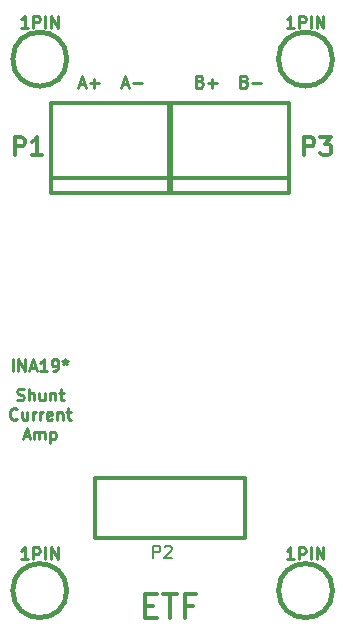
<source format=gto>
G04 (created by PCBNEW (2013-mar-13)-testing) date Tue 02 Apr 2013 06:59:38 PM CEST*
%MOIN*%
G04 Gerber Fmt 3.4, Leading zero omitted, Abs format*
%FSLAX34Y34*%
G01*
G70*
G90*
G04 APERTURE LIST*
%ADD10C,0.006*%
%ADD11C,0.011811*%
%ADD12C,0.00984252*%
%ADD13C,0.012*%
%ADD14C,0.015*%
%ADD15C,0.008*%
%ADD16C,0.01*%
G04 APERTURE END LIST*
G54D10*
G54D11*
X42894Y-57583D02*
X43157Y-57583D01*
X43269Y-57995D02*
X42894Y-57995D01*
X42894Y-57208D01*
X43269Y-57208D01*
X43494Y-57208D02*
X43944Y-57208D01*
X43719Y-57995D02*
X43719Y-57208D01*
X44469Y-57583D02*
X44206Y-57583D01*
X44206Y-57995D02*
X44206Y-57208D01*
X44581Y-57208D01*
G54D12*
X44713Y-40110D02*
X44769Y-40129D01*
X44788Y-40148D01*
X44806Y-40185D01*
X44806Y-40241D01*
X44788Y-40279D01*
X44769Y-40298D01*
X44731Y-40316D01*
X44581Y-40316D01*
X44581Y-39923D01*
X44713Y-39923D01*
X44750Y-39941D01*
X44769Y-39960D01*
X44788Y-39998D01*
X44788Y-40035D01*
X44769Y-40073D01*
X44750Y-40091D01*
X44713Y-40110D01*
X44581Y-40110D01*
X44975Y-40166D02*
X45275Y-40166D01*
X45125Y-40316D02*
X45125Y-40016D01*
X46194Y-40110D02*
X46250Y-40129D01*
X46269Y-40148D01*
X46287Y-40185D01*
X46287Y-40241D01*
X46269Y-40279D01*
X46250Y-40298D01*
X46212Y-40316D01*
X46062Y-40316D01*
X46062Y-39923D01*
X46194Y-39923D01*
X46231Y-39941D01*
X46250Y-39960D01*
X46269Y-39998D01*
X46269Y-40035D01*
X46250Y-40073D01*
X46231Y-40091D01*
X46194Y-40110D01*
X46062Y-40110D01*
X46456Y-40166D02*
X46756Y-40166D01*
X40682Y-40204D02*
X40869Y-40204D01*
X40644Y-40316D02*
X40776Y-39923D01*
X40907Y-40316D01*
X41038Y-40166D02*
X41338Y-40166D01*
X41188Y-40316D02*
X41188Y-40016D01*
X42107Y-40204D02*
X42294Y-40204D01*
X42069Y-40316D02*
X42200Y-39923D01*
X42332Y-40316D01*
X42463Y-40166D02*
X42763Y-40166D01*
X38610Y-50731D02*
X38667Y-50749D01*
X38760Y-50749D01*
X38798Y-50731D01*
X38817Y-50712D01*
X38835Y-50674D01*
X38835Y-50637D01*
X38817Y-50599D01*
X38798Y-50581D01*
X38760Y-50562D01*
X38685Y-50543D01*
X38648Y-50524D01*
X38629Y-50506D01*
X38610Y-50468D01*
X38610Y-50431D01*
X38629Y-50393D01*
X38648Y-50374D01*
X38685Y-50356D01*
X38779Y-50356D01*
X38835Y-50374D01*
X39004Y-50749D02*
X39004Y-50356D01*
X39173Y-50749D02*
X39173Y-50543D01*
X39154Y-50506D01*
X39116Y-50487D01*
X39060Y-50487D01*
X39023Y-50506D01*
X39004Y-50524D01*
X39529Y-50487D02*
X39529Y-50749D01*
X39360Y-50487D02*
X39360Y-50693D01*
X39379Y-50731D01*
X39416Y-50749D01*
X39473Y-50749D01*
X39510Y-50731D01*
X39529Y-50712D01*
X39716Y-50487D02*
X39716Y-50749D01*
X39716Y-50524D02*
X39735Y-50506D01*
X39773Y-50487D01*
X39829Y-50487D01*
X39866Y-50506D01*
X39885Y-50543D01*
X39885Y-50749D01*
X40016Y-50487D02*
X40166Y-50487D01*
X40073Y-50356D02*
X40073Y-50693D01*
X40091Y-50731D01*
X40129Y-50749D01*
X40166Y-50749D01*
X38610Y-51362D02*
X38592Y-51380D01*
X38535Y-51399D01*
X38498Y-51399D01*
X38442Y-51380D01*
X38404Y-51343D01*
X38385Y-51305D01*
X38367Y-51230D01*
X38367Y-51174D01*
X38385Y-51099D01*
X38404Y-51062D01*
X38442Y-51024D01*
X38498Y-51005D01*
X38535Y-51005D01*
X38592Y-51024D01*
X38610Y-51043D01*
X38948Y-51137D02*
X38948Y-51399D01*
X38779Y-51137D02*
X38779Y-51343D01*
X38798Y-51380D01*
X38835Y-51399D01*
X38892Y-51399D01*
X38929Y-51380D01*
X38948Y-51362D01*
X39135Y-51399D02*
X39135Y-51137D01*
X39135Y-51212D02*
X39154Y-51174D01*
X39173Y-51155D01*
X39210Y-51137D01*
X39248Y-51137D01*
X39379Y-51399D02*
X39379Y-51137D01*
X39379Y-51212D02*
X39398Y-51174D01*
X39416Y-51155D01*
X39454Y-51137D01*
X39491Y-51137D01*
X39773Y-51380D02*
X39735Y-51399D01*
X39660Y-51399D01*
X39623Y-51380D01*
X39604Y-51343D01*
X39604Y-51193D01*
X39623Y-51155D01*
X39660Y-51137D01*
X39735Y-51137D01*
X39773Y-51155D01*
X39791Y-51193D01*
X39791Y-51230D01*
X39604Y-51268D01*
X39960Y-51137D02*
X39960Y-51399D01*
X39960Y-51174D02*
X39979Y-51155D01*
X40016Y-51137D01*
X40073Y-51137D01*
X40110Y-51155D01*
X40129Y-51193D01*
X40129Y-51399D01*
X40260Y-51137D02*
X40410Y-51137D01*
X40316Y-51005D02*
X40316Y-51343D01*
X40335Y-51380D01*
X40373Y-51399D01*
X40410Y-51399D01*
X38835Y-51936D02*
X39023Y-51936D01*
X38798Y-52049D02*
X38929Y-51655D01*
X39060Y-52049D01*
X39191Y-52049D02*
X39191Y-51786D01*
X39191Y-51824D02*
X39210Y-51805D01*
X39248Y-51786D01*
X39304Y-51786D01*
X39341Y-51805D01*
X39360Y-51842D01*
X39360Y-52049D01*
X39360Y-51842D02*
X39379Y-51805D01*
X39416Y-51786D01*
X39473Y-51786D01*
X39510Y-51805D01*
X39529Y-51842D01*
X39529Y-52049D01*
X39716Y-51786D02*
X39716Y-52180D01*
X39716Y-51805D02*
X39754Y-51786D01*
X39829Y-51786D01*
X39866Y-51805D01*
X39885Y-51824D01*
X39904Y-51861D01*
X39904Y-51974D01*
X39885Y-52011D01*
X39866Y-52030D01*
X39829Y-52049D01*
X39754Y-52049D01*
X39716Y-52030D01*
X38470Y-49765D02*
X38470Y-49371D01*
X38657Y-49765D02*
X38657Y-49371D01*
X38882Y-49765D01*
X38882Y-49371D01*
X39051Y-49653D02*
X39238Y-49653D01*
X39013Y-49765D02*
X39145Y-49371D01*
X39276Y-49765D01*
X39613Y-49765D02*
X39388Y-49765D01*
X39501Y-49765D02*
X39501Y-49371D01*
X39463Y-49428D01*
X39426Y-49465D01*
X39388Y-49484D01*
X39801Y-49765D02*
X39876Y-49765D01*
X39913Y-49746D01*
X39932Y-49728D01*
X39970Y-49671D01*
X39988Y-49596D01*
X39988Y-49446D01*
X39970Y-49409D01*
X39951Y-49390D01*
X39913Y-49371D01*
X39838Y-49371D01*
X39801Y-49390D01*
X39782Y-49409D01*
X39763Y-49446D01*
X39763Y-49540D01*
X39782Y-49578D01*
X39801Y-49596D01*
X39838Y-49615D01*
X39913Y-49615D01*
X39951Y-49596D01*
X39970Y-49578D01*
X39988Y-49540D01*
X40213Y-49371D02*
X40213Y-49465D01*
X40119Y-49428D02*
X40213Y-49465D01*
X40307Y-49428D01*
X40157Y-49540D02*
X40213Y-49465D01*
X40269Y-49540D01*
G54D13*
X46200Y-55330D02*
X41200Y-55330D01*
X41200Y-55330D02*
X41200Y-53330D01*
X41200Y-53330D02*
X46200Y-53330D01*
X46200Y-53330D02*
X46200Y-55330D01*
X43732Y-43322D02*
X39732Y-43322D01*
X43732Y-43822D02*
X43732Y-40822D01*
X43732Y-40822D02*
X39732Y-40822D01*
X39732Y-40822D02*
X39732Y-43822D01*
X39732Y-43822D02*
X43732Y-43822D01*
X47669Y-43322D02*
X43669Y-43322D01*
X47669Y-43822D02*
X47669Y-40822D01*
X47669Y-40822D02*
X43669Y-40822D01*
X43669Y-40822D02*
X43669Y-43822D01*
X43669Y-43822D02*
X47669Y-43822D01*
G54D14*
X40270Y-39370D02*
G75*
G03X40270Y-39370I-900J0D01*
G74*
G01*
X40270Y-57086D02*
G75*
G03X40270Y-57086I-900J0D01*
G74*
G01*
X49128Y-39370D02*
G75*
G03X49128Y-39370I-900J0D01*
G74*
G01*
X49128Y-57086D02*
G75*
G03X49128Y-57086I-900J0D01*
G74*
G01*
G54D15*
X43155Y-55992D02*
X43155Y-55592D01*
X43307Y-55592D01*
X43346Y-55611D01*
X43365Y-55630D01*
X43384Y-55668D01*
X43384Y-55725D01*
X43365Y-55764D01*
X43346Y-55783D01*
X43307Y-55802D01*
X43155Y-55802D01*
X43536Y-55630D02*
X43555Y-55611D01*
X43593Y-55592D01*
X43688Y-55592D01*
X43726Y-55611D01*
X43746Y-55630D01*
X43765Y-55668D01*
X43765Y-55706D01*
X43746Y-55764D01*
X43517Y-55992D01*
X43765Y-55992D01*
G54D13*
X38533Y-42565D02*
X38533Y-41965D01*
X38762Y-41965D01*
X38819Y-41994D01*
X38847Y-42022D01*
X38876Y-42079D01*
X38876Y-42165D01*
X38847Y-42222D01*
X38819Y-42251D01*
X38762Y-42279D01*
X38533Y-42279D01*
X39447Y-42565D02*
X39104Y-42565D01*
X39276Y-42565D02*
X39276Y-41965D01*
X39219Y-42051D01*
X39162Y-42108D01*
X39104Y-42137D01*
X48179Y-42565D02*
X48179Y-41965D01*
X48407Y-41965D01*
X48464Y-41994D01*
X48493Y-42022D01*
X48522Y-42079D01*
X48522Y-42165D01*
X48493Y-42222D01*
X48464Y-42251D01*
X48407Y-42279D01*
X48179Y-42279D01*
X48722Y-41965D02*
X49093Y-41965D01*
X48893Y-42194D01*
X48979Y-42194D01*
X49036Y-42222D01*
X49064Y-42251D01*
X49093Y-42308D01*
X49093Y-42451D01*
X49064Y-42508D01*
X49036Y-42537D01*
X48979Y-42565D01*
X48807Y-42565D01*
X48750Y-42537D01*
X48722Y-42508D01*
G54D16*
X38979Y-38331D02*
X38751Y-38331D01*
X38865Y-38331D02*
X38865Y-37931D01*
X38827Y-37989D01*
X38789Y-38027D01*
X38751Y-38046D01*
X39151Y-38331D02*
X39151Y-37931D01*
X39303Y-37931D01*
X39341Y-37951D01*
X39360Y-37970D01*
X39379Y-38008D01*
X39379Y-38065D01*
X39360Y-38103D01*
X39341Y-38122D01*
X39303Y-38141D01*
X39151Y-38141D01*
X39551Y-38331D02*
X39551Y-37931D01*
X39741Y-38331D02*
X39741Y-37931D01*
X39970Y-38331D01*
X39970Y-37931D01*
X38979Y-56048D02*
X38751Y-56048D01*
X38865Y-56048D02*
X38865Y-55648D01*
X38827Y-55705D01*
X38789Y-55743D01*
X38751Y-55762D01*
X39151Y-56048D02*
X39151Y-55648D01*
X39303Y-55648D01*
X39341Y-55667D01*
X39360Y-55686D01*
X39379Y-55724D01*
X39379Y-55781D01*
X39360Y-55819D01*
X39341Y-55838D01*
X39303Y-55858D01*
X39151Y-55858D01*
X39551Y-56048D02*
X39551Y-55648D01*
X39741Y-56048D02*
X39741Y-55648D01*
X39970Y-56048D01*
X39970Y-55648D01*
X47837Y-38331D02*
X47609Y-38331D01*
X47723Y-38331D02*
X47723Y-37931D01*
X47685Y-37989D01*
X47647Y-38027D01*
X47609Y-38046D01*
X48009Y-38331D02*
X48009Y-37931D01*
X48161Y-37931D01*
X48199Y-37951D01*
X48218Y-37970D01*
X48237Y-38008D01*
X48237Y-38065D01*
X48218Y-38103D01*
X48199Y-38122D01*
X48161Y-38141D01*
X48009Y-38141D01*
X48409Y-38331D02*
X48409Y-37931D01*
X48599Y-38331D02*
X48599Y-37931D01*
X48828Y-38331D01*
X48828Y-37931D01*
X47837Y-56048D02*
X47609Y-56048D01*
X47723Y-56048D02*
X47723Y-55648D01*
X47685Y-55705D01*
X47647Y-55743D01*
X47609Y-55762D01*
X48009Y-56048D02*
X48009Y-55648D01*
X48161Y-55648D01*
X48199Y-55667D01*
X48218Y-55686D01*
X48237Y-55724D01*
X48237Y-55781D01*
X48218Y-55819D01*
X48199Y-55838D01*
X48161Y-55858D01*
X48009Y-55858D01*
X48409Y-56048D02*
X48409Y-55648D01*
X48599Y-56048D02*
X48599Y-55648D01*
X48828Y-56048D01*
X48828Y-55648D01*
M02*

</source>
